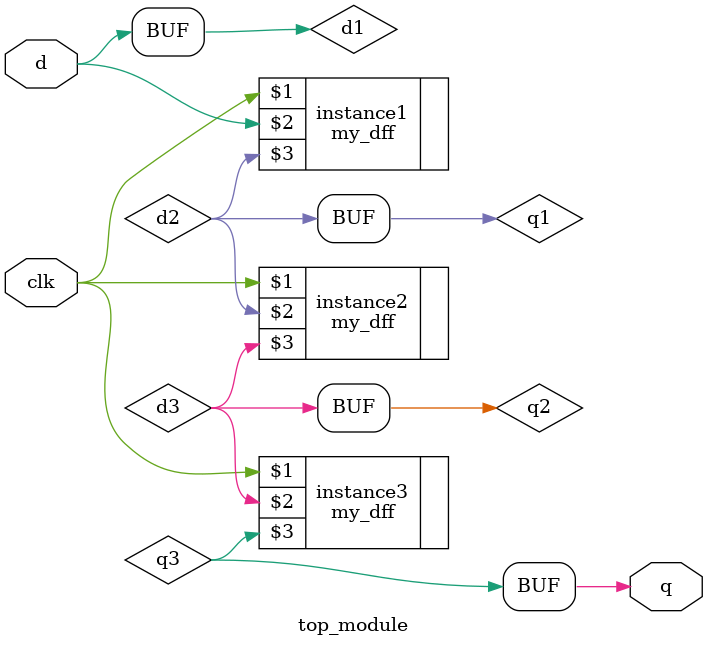
<source format=v>
module top_module ( input clk, input d, output q );
    
    wire q1, q2, q3;
    wire d1, d2, d3;
    
    assign d1 = d;
    assign d2 = q1;
    assign d3 = q2;
    assign q = q3;
    
    my_dff instance1(clk, d1, q1);
    my_dff instance2(clk, d2, q2);
    my_dff instance3(clk, d3, q3);

endmodule

</source>
